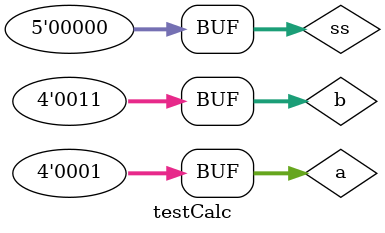
<source format=sv>
module testCalc ();

	// Variables
	logic [3:0] a, b, s, flags;
	logic [4:0] ss;
	parameter N = 4;

	// Incialización del parámetro con la cantidad de bits.
	calc #(.N(4)) calculadora (
	 .A(a),
	 .B(b),
	 .S(s),
	 .ss(ss),
	 .flags(flags)
	);
	
	initial begin
	a = 4'b0001; b = 4'b0011; ss = 2'b00; #15;	
//	a = {1'b0, 1'b0, 1'b0, 1'b0}; b = {1'b1, 1'b0, 1'b0, 1'b0}; #15;
	end


endmodule
</source>
